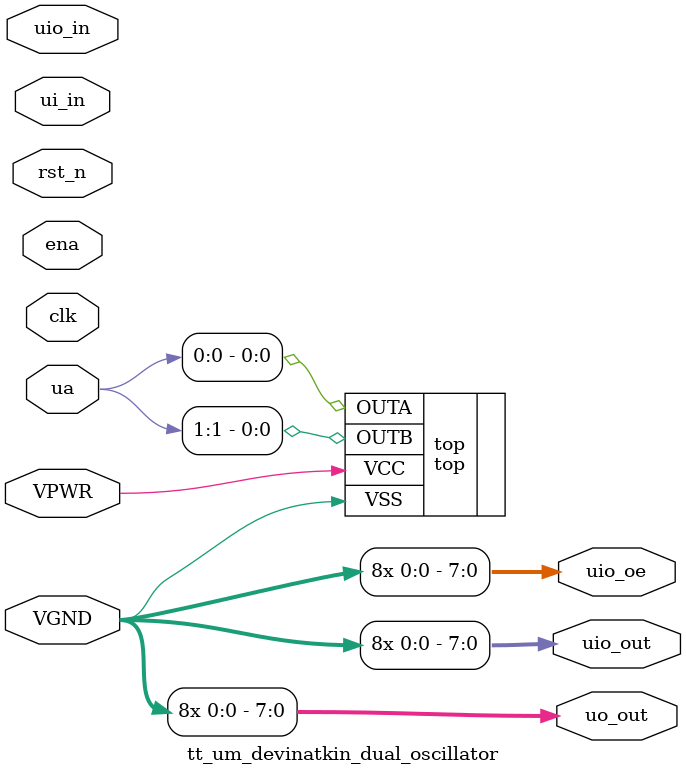
<source format=v>
/*
 * Copyright (c) 2024 Your Name
 * SPDX-License-Identifier: Apache-2.0
 */

`default_nettype none

module tt_um_devinatkin_dual_oscillator (
    input  wire       VGND,
    input  wire       VPWR,
    input  wire [7:0] ui_in,    // Dedicated inputs
    output wire [7:0] uo_out,   // Dedicated outputs
    input  wire [7:0] uio_in,   // IOs: Input path
    output wire [7:0] uio_out,  // IOs: Output path
    output wire [7:0] uio_oe,   // IOs: Enable path (active high: 0=input, 1=output)
    inout  wire [7:0] ua,       // Analog pins, only ua[5:0] can be used
    input  wire       ena,      // always 1 when the design is powered, so you can ignore it
    input  wire       clk,      // clock
    input  wire       rst_n     // reset_n - low to reset
);

top top(
	.VCC(VPWR),
	.VSS(VGND),
	.OUTA(ua[0]),
	.OUTB(ua[1])
);

    assign uo_out[0] = VGND;
    assign uo_out[1] = VGND;
    assign uo_out[2] = VGND;
    assign uo_out[3] = VGND;
    assign uo_out[4] = VGND;
    assign uo_out[5] = VGND;
    assign uo_out[6] = VGND;
    assign uo_out[7] = VGND;

    assign uio_out[0] = VGND;
    assign uio_out[1] = VGND;
    assign uio_out[2] = VGND;
    assign uio_out[3] = VGND;
    assign uio_out[4] = VGND;
    assign uio_out[5] = VGND;
    assign uio_out[6] = VGND;
    assign uio_out[7] = VGND;

    assign uio_oe[0] = VGND;
    assign uio_oe[1] = VGND;
    assign uio_oe[2] = VGND;
    assign uio_oe[3] = VGND;
    assign uio_oe[4] = VGND;
    assign uio_oe[5] = VGND;
    assign uio_oe[6] = VGND;
    assign uio_oe[7] = VGND;

endmodule

</source>
